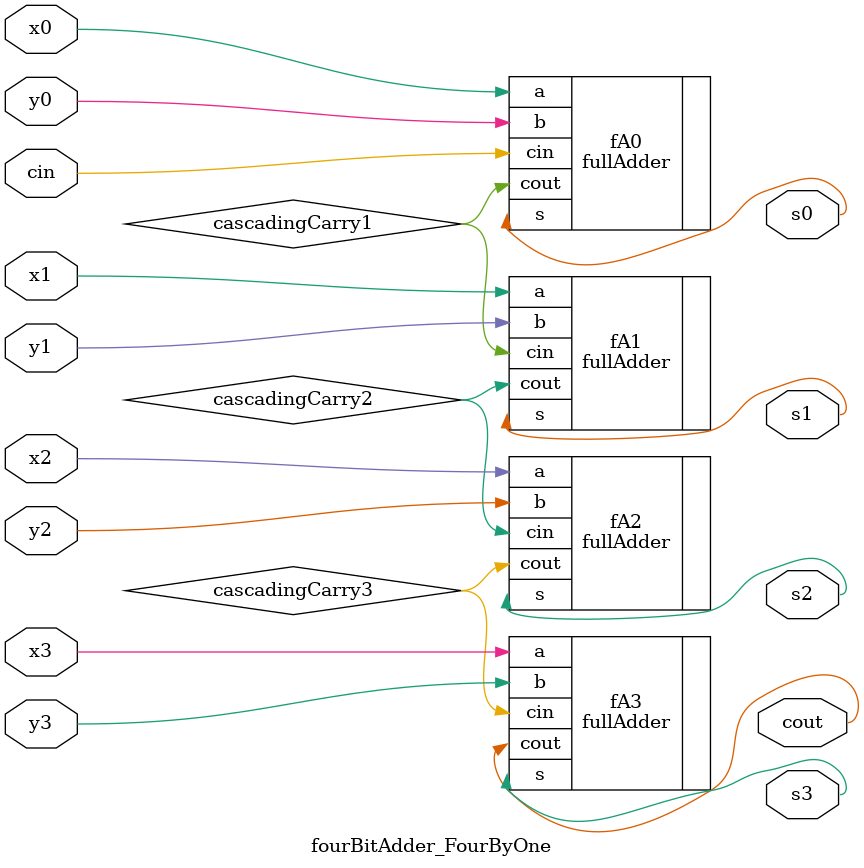
<source format=v>

module fourBitAdder_FourByOne(x3, x2, x1, x0, y3, y2, y1, y0, cin, s3, s2, s1, s0, cout); 

	input wire x3, x2, x1, x0, y3, y2, y1, y0, cin; 
	output wire s3, s2, s1, s0, cout; 

	wire cascadingCarry1, cascasingCarry2, cascadingCarry3; 

	fullAdder fA0( .a(x0),
		       .b(y0), 
		       .cin(cin), 
		       .s(s0),
		       .cout(cascadingCarry1)); 

	fullAdder fA1( .a(x1),
		       .b(y1), 
		       .cin(cascadingCarry1), 
		       .s(s1),
		       .cout(cascadingCarry2)); 

	fullAdder fA2( .a(x2),
		       .b(y2), 
		       .cin(cascadingCarry2), 
		       .s(s2),
		       .cout(cascadingCarry3)); 

	fullAdder fA3( .a(x3),
		       .b(y3), 
		       .cin(cascadingCarry3), 
		       .s(s3),
		       .cout(cout)); 

endmodule
</source>
